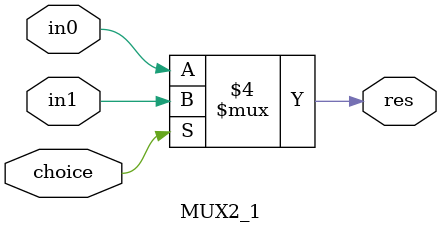
<source format=v>
module MUX2_1
(
    input  wire  in0,     //Data
    input  wire in1,     //Data 
    input  wire choice,    //High: in1 ;Low: in0
    output reg res  
);
always@(choice or in0 or in1)
    if(!choice)  res=in0;
    else     res=in1;
endmodule 
</source>
